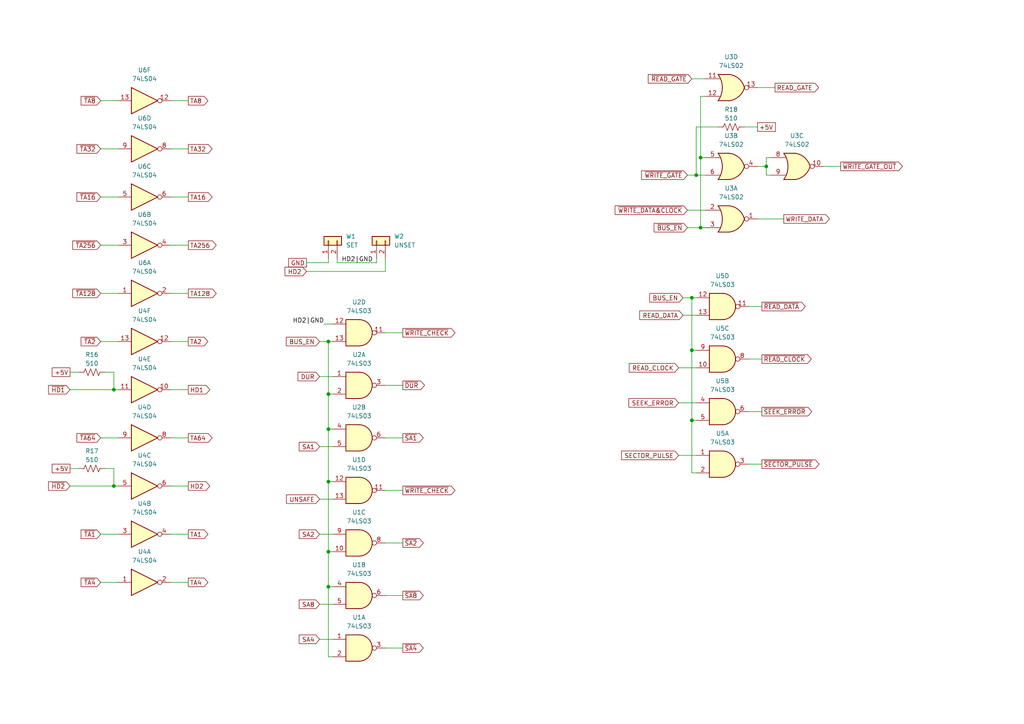
<source format=kicad_sch>
(kicad_sch (version 20211123) (generator eeschema)
  (paper "A4")
  (lib_symbols
    (symbol "74xx:74LS02" (pin_names (offset 1.016))
      (property "Reference" "U" (at 0 1.27 0))
      (property "Value" "74LS02" (at 0 -1.27 0))
      (symbol "74LS02_1_1"
        (arc (start -3.81 -3.81) (mid -2.589 0) (end -3.81 3.81) (stroke (width 0.254)))
        (arc (start -0.6096 -3.81) (mid 2.1842 -2.5851) (end 3.81 0) (stroke (width 0.254)) (fill (type background)))
        (polyline (pts (xy -3.81 -3.81) (xy -0.635 -3.81)) (stroke (width 0.254)) (fill (type background)))
        (polyline (pts (xy -3.81 3.81) (xy -0.635 3.81)) (stroke (width 0.254)) (fill (type background)))
        (polyline (pts (xy -0.635 3.81) (xy -3.81 3.81) (xy -3.81 3.81) (xy -3.556 3.4036) (xy -3.0226 2.2606) (xy -2.6924 1.0414) (xy -2.6162 -0.254) (xy -2.7686 -1.4986) (xy -3.175 -2.7178) (xy -3.81 -3.81) (xy -3.81 -3.81) (xy -0.635 -3.81)) (stroke (width -25.4)) (fill (type background)))
        (arc (start 3.81 0) (mid 2.1915 2.5936) (end -0.6096 3.81) (stroke (width 0.254)) (fill (type background)))
        (pin output inverted (at 7.62 0 180) (length 3.81) (name "~") (number "1"))
        (pin input line (at -7.62 2.54 0) (length 4.318) (name "~") (number "2"))
        (pin input line (at -7.62 -2.54 0) (length 4.318) (name "~") (number "3"))
      )
      (symbol "74LS02_1_2"
        (arc (start 0 -3.81) (mid 3.81 0) (end 0 3.81) (stroke (width 0.254)) (fill (type background)))
        (polyline (pts (xy 0 3.81) (xy -3.81 3.81) (xy -3.81 -3.81) (xy 0 -3.81)) (stroke (width 0.254)) (fill (type background)))
        (pin output line (at 7.62 0 180) (length 3.81) (name "~") (number "1"))
        (pin input inverted (at -7.62 2.54 0) (length 3.81) (name "~") (number "2"))
        (pin input inverted (at -7.62 -2.54 0) (length 3.81) (name "~") (number "3"))
      )
      (symbol "74LS02_2_1"
        (arc (start -3.81 -3.81) (mid -2.589 0) (end -3.81 3.81) (stroke (width 0.254)))
        (arc (start -0.6096 -3.81) (mid 2.1842 -2.5851) (end 3.81 0) (stroke (width 0.254)) (fill (type background)))
        (polyline (pts (xy -3.81 -3.81) (xy -0.635 -3.81)) (stroke (width 0.254)) (fill (type background)))
        (polyline (pts (xy -3.81 3.81) (xy -0.635 3.81)) (stroke (width 0.254)) (fill (type background)))
        (polyline (pts (xy -0.635 3.81) (xy -3.81 3.81) (xy -3.81 3.81) (xy -3.556 3.4036) (xy -3.0226 2.2606) (xy -2.6924 1.0414) (xy -2.6162 -0.254) (xy -2.7686 -1.4986) (xy -3.175 -2.7178) (xy -3.81 -3.81) (xy -3.81 -3.81) (xy -0.635 -3.81)) (stroke (width -25.4)) (fill (type background)))
        (arc (start 3.81 0) (mid 2.1915 2.5936) (end -0.6096 3.81) (stroke (width 0.254)) (fill (type background)))
        (pin output inverted (at 7.62 0 180) (length 3.81) (name "~") (number "4"))
        (pin input line (at -7.62 2.54 0) (length 4.318) (name "~") (number "5"))
        (pin input line (at -7.62 -2.54 0) (length 4.318) (name "~") (number "6"))
      )
      (symbol "74LS02_2_2"
        (arc (start 0 -3.81) (mid 3.81 0) (end 0 3.81) (stroke (width 0.254)) (fill (type background)))
        (polyline (pts (xy 0 3.81) (xy -3.81 3.81) (xy -3.81 -3.81) (xy 0 -3.81)) (stroke (width 0.254)) (fill (type background)))
        (pin output line (at 7.62 0 180) (length 3.81) (name "~") (number "4"))
        (pin input inverted (at -7.62 2.54 0) (length 3.81) (name "~") (number "5"))
        (pin input inverted (at -7.62 -2.54 0) (length 3.81) (name "~") (number "6"))
      )
      (symbol "74LS02_3_1"
        (arc (start -3.81 -3.81) (mid -2.589 0) (end -3.81 3.81) (stroke (width 0.254)))
        (arc (start -0.6096 -3.81) (mid 2.1842 -2.5851) (end 3.81 0) (stroke (width 0.254)) (fill (type background)))
        (polyline (pts (xy -3.81 -3.81) (xy -0.635 -3.81)) (stroke (width 0.254)) (fill (type background)))
        (polyline (pts (xy -3.81 3.81) (xy -0.635 3.81)) (stroke (width 0.254)) (fill (type background)))
        (polyline (pts (xy -0.635 3.81) (xy -3.81 3.81) (xy -3.81 3.81) (xy -3.556 3.4036) (xy -3.0226 2.2606) (xy -2.6924 1.0414) (xy -2.6162 -0.254) (xy -2.7686 -1.4986) (xy -3.175 -2.7178) (xy -3.81 -3.81) (xy -3.81 -3.81) (xy -0.635 -3.81)) (stroke (width -25.4)) (fill (type background)))
        (arc (start 3.81 0) (mid 2.1915 2.5936) (end -0.6096 3.81) (stroke (width 0.254)) (fill (type background)))
        (pin output inverted (at 7.62 0 180) (length 3.81) (name "~") (number "10"))
        (pin input line (at -7.62 2.54 0) (length 4.318) (name "~") (number "8"))
        (pin input line (at -7.62 -2.54 0) (length 4.318) (name "~") (number "9"))
      )
      (symbol "74LS02_3_2"
        (arc (start 0 -3.81) (mid 3.81 0) (end 0 3.81) (stroke (width 0.254)) (fill (type background)))
        (polyline (pts (xy 0 3.81) (xy -3.81 3.81) (xy -3.81 -3.81) (xy 0 -3.81)) (stroke (width 0.254)) (fill (type background)))
        (pin output line (at 7.62 0 180) (length 3.81) (name "~") (number "10"))
        (pin input inverted (at -7.62 2.54 0) (length 3.81) (name "~") (number "8"))
        (pin input inverted (at -7.62 -2.54 0) (length 3.81) (name "~") (number "9"))
      )
      (symbol "74LS02_4_1"
        (arc (start -3.81 -3.81) (mid -2.589 0) (end -3.81 3.81) (stroke (width 0.254)))
        (arc (start -0.6096 -3.81) (mid 2.1842 -2.5851) (end 3.81 0) (stroke (width 0.254)) (fill (type background)))
        (polyline (pts (xy -3.81 -3.81) (xy -0.635 -3.81)) (stroke (width 0.254)) (fill (type background)))
        (polyline (pts (xy -3.81 3.81) (xy -0.635 3.81)) (stroke (width 0.254)) (fill (type background)))
        (polyline (pts (xy -0.635 3.81) (xy -3.81 3.81) (xy -3.81 3.81) (xy -3.556 3.4036) (xy -3.0226 2.2606) (xy -2.6924 1.0414) (xy -2.6162 -0.254) (xy -2.7686 -1.4986) (xy -3.175 -2.7178) (xy -3.81 -3.81) (xy -3.81 -3.81) (xy -0.635 -3.81)) (stroke (width -25.4)) (fill (type background)))
        (arc (start 3.81 0) (mid 2.1915 2.5936) (end -0.6096 3.81) (stroke (width 0.254)) (fill (type background)))
        (pin input line (at -7.62 2.54 0) (length 4.318) (name "~") (number "11"))
        (pin input line (at -7.62 -2.54 0) (length 4.318) (name "~") (number "12"))
        (pin output inverted (at 7.62 0 180) (length 3.81) (name "~") (number "13"))
      )
      (symbol "74LS02_4_2"
        (arc (start 0 -3.81) (mid 3.81 0) (end 0 3.81) (stroke (width 0.254)) (fill (type background)))
        (polyline (pts (xy 0 3.81) (xy -3.81 3.81) (xy -3.81 -3.81) (xy 0 -3.81)) (stroke (width 0.254)) (fill (type background)))
        (pin input inverted (at -7.62 2.54 0) (length 3.81) (name "~") (number "11"))
        (pin input inverted (at -7.62 -2.54 0) (length 3.81) (name "~") (number "12"))
        (pin output line (at 7.62 0 180) (length 3.81) (name "~") (number "13"))
      )
      (symbol "74LS02_5_0"
        (pin power_in line (at 0 12.7 270) (length 5.08) (name "VCC") (number "14"))
        (pin power_in line (at 0 -12.7 90) (length 5.08) (name "GND") (number "7"))
      )
      (symbol "74LS02_5_1"
        (rectangle (start -5.08 7.62) (end 5.08 -7.62) (stroke (width 0.254)) (fill (type background)))
      )
    )
    (symbol "74xx:74LS03" (pin_names (offset 1.016))
      (property "Reference" "U" (at 0 1.27 0))
      (property "Value" "74LS03" (at 0 -1.27 0))
      (symbol "74LS03_1_1"
        (arc (start 0 -3.81) (mid 3.81 0) (end 0 3.81) (stroke (width 0.254)) (fill (type background)))
        (polyline (pts (xy 0 3.81) (xy -3.81 3.81) (xy -3.81 -3.81) (xy 0 -3.81)) (stroke (width 0.254)) (fill (type background)))
        (pin input line (at -7.62 2.54 0) (length 3.81) (name "~") (number "1"))
        (pin input line (at -7.62 -2.54 0) (length 3.81) (name "~") (number "2"))
        (pin open_collector inverted (at 7.62 0 180) (length 3.81) (name "~") (number "3"))
      )
      (symbol "74LS03_1_2"
        (arc (start -3.81 -3.81) (mid -2.589 0) (end -3.81 3.81) (stroke (width 0.254)))
        (arc (start -0.6096 -3.81) (mid 2.1842 -2.5851) (end 3.81 0) (stroke (width 0.254)) (fill (type background)))
        (polyline (pts (xy -3.81 -3.81) (xy -0.635 -3.81)) (stroke (width 0.254)) (fill (type background)))
        (polyline (pts (xy -3.81 3.81) (xy -0.635 3.81)) (stroke (width 0.254)) (fill (type background)))
        (polyline (pts (xy -0.635 3.81) (xy -3.81 3.81) (xy -3.81 3.81) (xy -3.556 3.4036) (xy -3.0226 2.2606) (xy -2.6924 1.0414) (xy -2.6162 -0.254) (xy -2.7686 -1.4986) (xy -3.175 -2.7178) (xy -3.81 -3.81) (xy -3.81 -3.81) (xy -0.635 -3.81)) (stroke (width -25.4)) (fill (type background)))
        (arc (start 3.81 0) (mid 2.1915 2.5936) (end -0.6096 3.81) (stroke (width 0.254)) (fill (type background)))
        (pin input inverted (at -7.62 2.54 0) (length 4.318) (name "~") (number "1"))
        (pin input inverted (at -7.62 -2.54 0) (length 4.318) (name "~") (number "2"))
        (pin open_collector line (at 7.62 0 180) (length 3.81) (name "~") (number "3"))
      )
      (symbol "74LS03_2_1"
        (arc (start 0 -3.81) (mid 3.81 0) (end 0 3.81) (stroke (width 0.254)) (fill (type background)))
        (polyline (pts (xy 0 3.81) (xy -3.81 3.81) (xy -3.81 -3.81) (xy 0 -3.81)) (stroke (width 0.254)) (fill (type background)))
        (pin input line (at -7.62 2.54 0) (length 3.81) (name "~") (number "4"))
        (pin input line (at -7.62 -2.54 0) (length 3.81) (name "~") (number "5"))
        (pin open_collector inverted (at 7.62 0 180) (length 3.81) (name "~") (number "6"))
      )
      (symbol "74LS03_2_2"
        (arc (start -3.81 -3.81) (mid -2.589 0) (end -3.81 3.81) (stroke (width 0.254)))
        (arc (start -0.6096 -3.81) (mid 2.1842 -2.5851) (end 3.81 0) (stroke (width 0.254)) (fill (type background)))
        (polyline (pts (xy -3.81 -3.81) (xy -0.635 -3.81)) (stroke (width 0.254)) (fill (type background)))
        (polyline (pts (xy -3.81 3.81) (xy -0.635 3.81)) (stroke (width 0.254)) (fill (type background)))
        (polyline (pts (xy -0.635 3.81) (xy -3.81 3.81) (xy -3.81 3.81) (xy -3.556 3.4036) (xy -3.0226 2.2606) (xy -2.6924 1.0414) (xy -2.6162 -0.254) (xy -2.7686 -1.4986) (xy -3.175 -2.7178) (xy -3.81 -3.81) (xy -3.81 -3.81) (xy -0.635 -3.81)) (stroke (width -25.4)) (fill (type background)))
        (arc (start 3.81 0) (mid 2.1915 2.5936) (end -0.6096 3.81) (stroke (width 0.254)) (fill (type background)))
        (pin input inverted (at -7.62 2.54 0) (length 4.318) (name "~") (number "4"))
        (pin input inverted (at -7.62 -2.54 0) (length 4.318) (name "~") (number "5"))
        (pin open_collector line (at 7.62 0 180) (length 3.81) (name "~") (number "6"))
      )
      (symbol "74LS03_3_1"
        (arc (start 0 -3.81) (mid 3.81 0) (end 0 3.81) (stroke (width 0.254)) (fill (type background)))
        (polyline (pts (xy 0 3.81) (xy -3.81 3.81) (xy -3.81 -3.81) (xy 0 -3.81)) (stroke (width 0.254)) (fill (type background)))
        (pin input line (at -7.62 -2.54 0) (length 3.81) (name "~") (number "10"))
        (pin open_collector inverted (at 7.62 0 180) (length 3.81) (name "~") (number "8"))
        (pin input line (at -7.62 2.54 0) (length 3.81) (name "~") (number "9"))
      )
      (symbol "74LS03_3_2"
        (arc (start -3.81 -3.81) (mid -2.589 0) (end -3.81 3.81) (stroke (width 0.254)))
        (arc (start -0.6096 -3.81) (mid 2.1842 -2.5851) (end 3.81 0) (stroke (width 0.254)) (fill (type background)))
        (polyline (pts (xy -3.81 -3.81) (xy -0.635 -3.81)) (stroke (width 0.254)) (fill (type background)))
        (polyline (pts (xy -3.81 3.81) (xy -0.635 3.81)) (stroke (width 0.254)) (fill (type background)))
        (polyline (pts (xy -0.635 3.81) (xy -3.81 3.81) (xy -3.81 3.81) (xy -3.556 3.4036) (xy -3.0226 2.2606) (xy -2.6924 1.0414) (xy -2.6162 -0.254) (xy -2.7686 -1.4986) (xy -3.175 -2.7178) (xy -3.81 -3.81) (xy -3.81 -3.81) (xy -0.635 -3.81)) (stroke (width -25.4)) (fill (type background)))
        (arc (start 3.81 0) (mid 2.1915 2.5936) (end -0.6096 3.81) (stroke (width 0.254)) (fill (type background)))
        (pin input inverted (at -7.62 -2.54 0) (length 4.318) (name "~") (number "10"))
        (pin open_collector line (at 7.62 0 180) (length 3.81) (name "~") (number "8"))
        (pin input inverted (at -7.62 2.54 0) (length 4.318) (name "~") (number "9"))
      )
      (symbol "74LS03_4_1"
        (arc (start 0 -3.81) (mid 3.81 0) (end 0 3.81) (stroke (width 0.254)) (fill (type background)))
        (polyline (pts (xy 0 3.81) (xy -3.81 3.81) (xy -3.81 -3.81) (xy 0 -3.81)) (stroke (width 0.254)) (fill (type background)))
        (pin open_collector inverted (at 7.62 0 180) (length 3.81) (name "~") (number "11"))
        (pin input line (at -7.62 2.54 0) (length 3.81) (name "~") (number "12"))
        (pin input line (at -7.62 -2.54 0) (length 3.81) (name "~") (number "13"))
      )
      (symbol "74LS03_4_2"
        (arc (start -3.81 -3.81) (mid -2.589 0) (end -3.81 3.81) (stroke (width 0.254)))
        (arc (start -0.6096 -3.81) (mid 2.1842 -2.5851) (end 3.81 0) (stroke (width 0.254)) (fill (type background)))
        (polyline (pts (xy -3.81 -3.81) (xy -0.635 -3.81)) (stroke (width 0.254)) (fill (type background)))
        (polyline (pts (xy -3.81 3.81) (xy -0.635 3.81)) (stroke (width 0.254)) (fill (type background)))
        (polyline (pts (xy -0.635 3.81) (xy -3.81 3.81) (xy -3.81 3.81) (xy -3.556 3.4036) (xy -3.0226 2.2606) (xy -2.6924 1.0414) (xy -2.6162 -0.254) (xy -2.7686 -1.4986) (xy -3.175 -2.7178) (xy -3.81 -3.81) (xy -3.81 -3.81) (xy -0.635 -3.81)) (stroke (width -25.4)) (fill (type background)))
        (arc (start 3.81 0) (mid 2.1915 2.5936) (end -0.6096 3.81) (stroke (width 0.254)) (fill (type background)))
        (pin open_collector line (at 7.62 0 180) (length 3.81) (name "~") (number "11"))
        (pin input inverted (at -7.62 2.54 0) (length 4.318) (name "~") (number "12"))
        (pin input inverted (at -7.62 -2.54 0) (length 4.318) (name "~") (number "13"))
      )
      (symbol "74LS03_5_0"
        (pin power_in line (at 0 12.7 270) (length 5.08) (name "VCC") (number "14"))
        (pin power_in line (at 0 -12.7 90) (length 5.08) (name "GND") (number "7"))
      )
      (symbol "74LS03_5_1"
        (rectangle (start -5.08 7.62) (end 5.08 -7.62) (stroke (width 0.254)) (fill (type background)))
      )
    )
    (symbol "74xx:74LS04"
      (property "Reference" "U" (at 0 1.27 0))
      (property "Value" "74LS04" (at 0 -1.27 0))
      (symbol "74LS04_1_0"
        (polyline (pts (xy -3.81 3.81) (xy -3.81 -3.81) (xy 3.81 0) (xy -3.81 3.81)) (stroke (width 0.254)) (fill (type background)))
        (pin input line (at -7.62 0 0) (length 3.81) (name "~") (number "1"))
        (pin output inverted (at 7.62 0 180) (length 3.81) (name "~") (number "2"))
      )
      (symbol "74LS04_2_0"
        (polyline (pts (xy -3.81 3.81) (xy -3.81 -3.81) (xy 3.81 0) (xy -3.81 3.81)) (stroke (width 0.254)) (fill (type background)))
        (pin input line (at -7.62 0 0) (length 3.81) (name "~") (number "3"))
        (pin output inverted (at 7.62 0 180) (length 3.81) (name "~") (number "4"))
      )
      (symbol "74LS04_3_0"
        (polyline (pts (xy -3.81 3.81) (xy -3.81 -3.81) (xy 3.81 0) (xy -3.81 3.81)) (stroke (width 0.254)) (fill (type background)))
        (pin input line (at -7.62 0 0) (length 3.81) (name "~") (number "5"))
        (pin output inverted (at 7.62 0 180) (length 3.81) (name "~") (number "6"))
      )
      (symbol "74LS04_4_0"
        (polyline (pts (xy -3.81 3.81) (xy -3.81 -3.81) (xy 3.81 0) (xy -3.81 3.81)) (stroke (width 0.254)) (fill (type background)))
        (pin output inverted (at 7.62 0 180) (length 3.81) (name "~") (number "8"))
        (pin input line (at -7.62 0 0) (length 3.81) (name "~") (number "9"))
      )
      (symbol "74LS04_5_0"
        (polyline (pts (xy -3.81 3.81) (xy -3.81 -3.81) (xy 3.81 0) (xy -3.81 3.81)) (stroke (width 0.254)) (fill (type background)))
        (pin output inverted (at 7.62 0 180) (length 3.81) (name "~") (number "10"))
        (pin input line (at -7.62 0 0) (length 3.81) (name "~") (number "11"))
      )
      (symbol "74LS04_6_0"
        (polyline (pts (xy -3.81 3.81) (xy -3.81 -3.81) (xy 3.81 0) (xy -3.81 3.81)) (stroke (width 0.254)) (fill (type background)))
        (pin output inverted (at 7.62 0 180) (length 3.81) (name "~") (number "12"))
        (pin input line (at -7.62 0 0) (length 3.81) (name "~") (number "13"))
      )
      (symbol "74LS04_7_0"
        (pin power_in line (at 0 12.7 270) (length 5.08) (name "VCC") (number "14"))
        (pin power_in line (at 0 -12.7 90) (length 5.08) (name "GND") (number "7"))
      )
      (symbol "74LS04_7_1"
        (rectangle (start -5.08 7.62) (end 5.08 -7.62) (stroke (width 0.254)) (fill (type background)))
      )
    )
    (symbol "Connector_Generic:Conn_01x02" (pin_names (offset 1.016) hide)
      (property "Reference" "J" (at 0 2.54 0))
      (property "Value" "Conn_01x02" (at 0 -5.08 0))
      (symbol "Conn_01x02_1_1"
        (rectangle (start -1.27 -2.413) (end 0 -2.667) (stroke (width 0.1524)))
        (rectangle (start -1.27 0.127) (end 0 -0.127) (stroke (width 0.1524)))
        (rectangle (start -1.27 1.27) (end 1.27 -3.81) (stroke (width 0.254)) (fill (type background)))
        (pin passive line (at -5.08 0 0) (length 3.81) (name "Pin_1") (number "1"))
        (pin passive line (at -5.08 -2.54 0) (length 3.81) (name "Pin_2") (number "2"))
      )
    )
    (symbol "Device:R_US" (pin_numbers hide) (pin_names (offset 0))
      (property "Reference" "R" (at 2.54 0 90))
      (property "Value" "R_US" (at -2.54 0 90))
      (symbol "R_US_0_1"
        (polyline (pts (xy 0 -2.286) (xy 0 -2.54)))
        (polyline (pts (xy 0 2.286) (xy 0 2.54)))
        (polyline (pts (xy 0 -0.762) (xy 1.016 -1.143) (xy 0 -1.524) (xy -1.016 -1.905) (xy 0 -2.286)))
        (polyline (pts (xy 0 0.762) (xy 1.016 0.381) (xy 0 0) (xy -1.016 -0.381) (xy 0 -0.762)))
        (polyline (pts (xy 0 2.286) (xy 1.016 1.905) (xy 0 1.524) (xy -1.016 1.143) (xy 0 0.762)))
      )
      (symbol "R_US_1_1"
        (pin passive line (at 0 3.81 270) (length 1.27) (name "~") (number "1"))
        (pin passive line (at 0 -3.81 90) (length 1.27) (name "~") (number "2"))
      )
    )
  )
  (junction (at 203.2 66.04))
  (junction (at 95.25 99.06))
  (junction (at 95.25 160.02))
  (junction (at 95.25 124.46))
  (junction (at 33.02 140.97))
  (junction (at 222.25 48.26))
  (junction (at 201.93 50.8))
  (junction (at 200.66 101.6))
  (junction (at 203.2 45.72))
  (junction (at 200.66 86.36))
  (junction (at 95.25 114.3))
  (junction (at 33.02 113.03))
  (junction (at 200.66 121.92))
  (junction (at 95.25 170.18))
  (junction (at 95.25 139.7))
  (wire (pts (xy 217.17 134.62) (xy 220.98 134.62)))
  (wire (pts (xy 95.25 74.93) (xy 95.25 76.2)))
  (wire (pts (xy 92.71 185.42) (xy 96.52 185.42)))
  (wire (pts (xy 49.53 43.18) (xy 54.61 43.18)))
  (wire (pts (xy 95.25 99.06) (xy 96.52 99.06)))
  (wire (pts (xy 29.21 168.91) (xy 34.29 168.91)))
  (wire (pts (xy 222.25 50.8) (xy 223.52 50.8)))
  (wire (pts (xy 217.17 104.14) (xy 220.98 104.14)))
  (wire (pts (xy 200.66 101.6) (xy 201.93 101.6)))
  (wire (pts (xy 217.17 88.9) (xy 220.98 88.9)))
  (wire (pts (xy 95.25 170.18) (xy 96.52 170.18)))
  (wire (pts (xy 20.32 135.89) (xy 22.86 135.89)))
  (wire (pts (xy 92.71 175.26) (xy 96.52 175.26)))
  (wire (pts (xy 111.76 74.93) (xy 111.76 78.74)))
  (wire (pts (xy 20.32 113.03) (xy 33.02 113.03)))
  (wire (pts (xy 49.53 29.21) (xy 54.61 29.21)))
  (wire (pts (xy 200.66 121.92) (xy 201.93 121.92)))
  (wire (pts (xy 203.2 66.04) (xy 204.47 66.04)))
  (wire (pts (xy 30.48 107.95) (xy 33.02 107.95)))
  (wire (pts (xy 95.25 124.46) (xy 95.25 139.7)))
  (wire (pts (xy 200.66 86.36) (xy 200.66 101.6)))
  (wire (pts (xy 111.76 111.76) (xy 116.84 111.76)))
  (wire (pts (xy 92.71 154.94) (xy 96.52 154.94)))
  (wire (pts (xy 29.21 43.18) (xy 34.29 43.18)))
  (wire (pts (xy 20.32 107.95) (xy 22.86 107.95)))
  (wire (pts (xy 30.48 135.89) (xy 33.02 135.89)))
  (wire (pts (xy 95.25 160.02) (xy 95.25 170.18)))
  (wire (pts (xy 29.21 57.15) (xy 34.29 57.15)))
  (wire (pts (xy 215.9 36.83) (xy 219.71 36.83)))
  (wire (pts (xy 109.22 74.93) (xy 109.22 76.2)))
  (wire (pts (xy 199.39 66.04) (xy 203.2 66.04)))
  (wire (pts (xy 29.21 127) (xy 34.29 127)))
  (wire (pts (xy 20.32 140.97) (xy 33.02 140.97)))
  (wire (pts (xy 97.79 76.2) (xy 109.22 76.2)))
  (wire (pts (xy 29.21 85.09) (xy 34.29 85.09)))
  (wire (pts (xy 200.66 22.86) (xy 204.47 22.86)))
  (wire (pts (xy 198.12 86.36) (xy 200.66 86.36)))
  (wire (pts (xy 96.52 190.5) (xy 95.25 190.5)))
  (wire (pts (xy 201.93 50.8) (xy 201.93 36.83)))
  (wire (pts (xy 111.76 157.48) (xy 116.84 157.48)))
  (wire (pts (xy 29.21 99.06) (xy 34.29 99.06)))
  (wire (pts (xy 201.93 50.8) (xy 204.47 50.8)))
  (wire (pts (xy 49.53 127) (xy 54.61 127)))
  (wire (pts (xy 95.25 139.7) (xy 95.25 160.02)))
  (wire (pts (xy 92.71 109.22) (xy 96.52 109.22)))
  (wire (pts (xy 95.25 160.02) (xy 96.52 160.02)))
  (wire (pts (xy 92.71 144.78) (xy 96.52 144.78)))
  (wire (pts (xy 219.71 25.4) (xy 224.79 25.4)))
  (wire (pts (xy 201.93 36.83) (xy 208.28 36.83)))
  (wire (pts (xy 33.02 107.95) (xy 33.02 113.03)))
  (wire (pts (xy 111.76 127) (xy 116.84 127)))
  (wire (pts (xy 49.53 154.94) (xy 54.61 154.94)))
  (wire (pts (xy 217.17 119.38) (xy 220.98 119.38)))
  (wire (pts (xy 200.66 137.16) (xy 200.66 121.92)))
  (wire (pts (xy 95.25 76.2) (xy 88.9 76.2)))
  (wire (pts (xy 203.2 27.94) (xy 204.47 27.94)))
  (wire (pts (xy 92.71 99.06) (xy 95.25 99.06)))
  (wire (pts (xy 199.39 50.8) (xy 201.93 50.8)))
  (wire (pts (xy 29.21 71.12) (xy 34.29 71.12)))
  (wire (pts (xy 201.93 137.16) (xy 200.66 137.16)))
  (wire (pts (xy 111.76 142.24) (xy 116.84 142.24)))
  (wire (pts (xy 196.85 116.84) (xy 201.93 116.84)))
  (wire (pts (xy 33.02 113.03) (xy 34.29 113.03)))
  (wire (pts (xy 196.85 132.08) (xy 201.93 132.08)))
  (wire (pts (xy 49.53 71.12) (xy 54.61 71.12)))
  (wire (pts (xy 33.02 140.97) (xy 34.29 140.97)))
  (wire (pts (xy 111.76 172.72) (xy 116.84 172.72)))
  (wire (pts (xy 96.52 124.46) (xy 95.25 124.46)))
  (wire (pts (xy 29.21 29.21) (xy 34.29 29.21)))
  (wire (pts (xy 198.12 91.44) (xy 201.93 91.44)))
  (wire (pts (xy 33.02 135.89) (xy 33.02 140.97)))
  (wire (pts (xy 111.76 78.74) (xy 88.9 78.74)))
  (wire (pts (xy 196.85 106.68) (xy 201.93 106.68)))
  (wire (pts (xy 200.66 101.6) (xy 200.66 121.92)))
  (wire (pts (xy 49.53 99.06) (xy 54.61 99.06)))
  (wire (pts (xy 95.25 124.46) (xy 95.25 114.3)))
  (wire (pts (xy 219.71 63.5) (xy 227.33 63.5)))
  (wire (pts (xy 96.52 114.3) (xy 95.25 114.3)))
  (wire (pts (xy 111.76 187.96) (xy 116.84 187.96)))
  (wire (pts (xy 29.21 154.94) (xy 34.29 154.94)))
  (wire (pts (xy 95.25 139.7) (xy 96.52 139.7)))
  (wire (pts (xy 199.39 60.96) (xy 204.47 60.96)))
  (wire (pts (xy 92.71 129.54) (xy 96.52 129.54)))
  (wire (pts (xy 111.76 96.52) (xy 116.84 96.52)))
  (wire (pts (xy 49.53 57.15) (xy 54.61 57.15)))
  (wire (pts (xy 93.98 93.98) (xy 96.52 93.98)))
  (wire (pts (xy 203.2 45.72) (xy 203.2 66.04)))
  (wire (pts (xy 95.25 190.5) (xy 95.25 170.18)))
  (wire (pts (xy 203.2 45.72) (xy 203.2 27.94)))
  (wire (pts (xy 201.93 86.36) (xy 200.66 86.36)))
  (wire (pts (xy 95.25 114.3) (xy 95.25 99.06)))
  (wire (pts (xy 222.25 48.26) (xy 222.25 50.8)))
  (wire (pts (xy 49.53 168.91) (xy 54.61 168.91)))
  (wire (pts (xy 49.53 140.97) (xy 54.61 140.97)))
  (wire (pts (xy 97.79 76.2) (xy 97.79 74.93)))
  (wire (pts (xy 204.47 45.72) (xy 203.2 45.72)))
  (wire (pts (xy 49.53 113.03) (xy 54.61 113.03)))
  (wire (pts (xy 222.25 45.72) (xy 223.52 45.72)))
  (wire (pts (xy 219.71 48.26) (xy 222.25 48.26)))
  (wire (pts (xy 222.25 48.26) (xy 222.25 45.72)))
  (wire (pts (xy 238.76 48.26) (xy 243.84 48.26)))
  (wire (pts (xy 49.53 85.09) (xy 54.61 85.09)))
  (label "HD2|GND" (at 93.98 93.98 180))
  (label "HD2|GND" (at 99.06 76.2 0))
  (global_label "SA2" (shape input) (at 92.71 154.94 180) (property "Intersheet References" "${INTERSHEET_REFS}" (effects hide)))
  (global_label "~{WRITE_GATE_OUT}" (shape output) (at 243.84 48.26 0) (property "Intersheet References" "${INTERSHEET_REFS}" (effects hide)))
  (global_label "+5V" (shape passive) (at 219.71 36.83 0) (property "Intersheet References" "${INTERSHEET_REFS}" (effects hide)))
  (global_label "~{SA4}" (shape output) (at 116.84 187.96 0) (property "Intersheet References" "${INTERSHEET_REFS}" (effects hide)))
  (global_label "HD1" (shape output) (at 54.61 113.03 0) (property "Intersheet References" "${INTERSHEET_REFS}" (effects hide)))
  (global_label "TA8" (shape output) (at 54.61 29.21 0) (property "Intersheet References" "${INTERSHEET_REFS}" (effects hide)))
  (global_label "TA64" (shape output) (at 54.61 127 0) (property "Intersheet References" "${INTERSHEET_REFS}" (effects hide)))
  (global_label "READ_DATA" (shape input) (at 198.12 91.44 180) (property "Intersheet References" "${INTERSHEET_REFS}" (effects hide)))
  (global_label "+5V" (shape passive) (at 20.32 135.89 180) (property "Intersheet References" "${INTERSHEET_REFS}" (effects hide)))
  (global_label "~{SEEK_ERROR}" (shape output) (at 220.98 119.38 0) (property "Intersheet References" "${INTERSHEET_REFS}" (effects hide)))
  (global_label "~{WRITE_DATA&CLOCK}" (shape input) (at 199.39 60.96 180) (property "Intersheet References" "${INTERSHEET_REFS}" (effects hide)))
  (global_label "TA256" (shape output) (at 54.61 71.12 0) (property "Intersheet References" "${INTERSHEET_REFS}" (effects hide)))
  (global_label "~{HD2}" (shape input) (at 20.32 140.97 180) (property "Intersheet References" "${INTERSHEET_REFS}" (effects hide)))
  (global_label "TA128" (shape output) (at 54.61 85.09 0) (property "Intersheet References" "${INTERSHEET_REFS}" (effects hide)))
  (global_label "~{TA16}" (shape input) (at 29.21 57.15 180) (property "Intersheet References" "${INTERSHEET_REFS}" (effects hide)))
  (global_label "UNSAFE" (shape input) (at 92.71 144.78 180) (property "Intersheet References" "${INTERSHEET_REFS}" (effects hide)))
  (global_label "~{SA2}" (shape output) (at 116.84 157.48 0) (property "Intersheet References" "${INTERSHEET_REFS}" (effects hide)))
  (global_label "~{READ_CLOCK}" (shape output) (at 220.98 104.14 0) (property "Intersheet References" "${INTERSHEET_REFS}" (effects hide)))
  (global_label "TA32" (shape output) (at 54.61 43.18 0) (property "Intersheet References" "${INTERSHEET_REFS}" (effects hide)))
  (global_label "SA4" (shape input) (at 92.71 185.42 180) (property "Intersheet References" "${INTERSHEET_REFS}" (effects hide)))
  (global_label "~{TA2}" (shape input) (at 29.21 99.06 180) (property "Intersheet References" "${INTERSHEET_REFS}" (effects hide)))
  (global_label "~{TA1}" (shape input) (at 29.21 154.94 180) (property "Intersheet References" "${INTERSHEET_REFS}" (effects hide)))
  (global_label "HD2" (shape input) (at 88.9 78.74 180) (property "Intersheet References" "${INTERSHEET_REFS}" (effects hide)))
  (global_label "SECTOR_PULSE" (shape input) (at 196.85 132.08 180) (property "Intersheet References" "${INTERSHEET_REFS}" (effects hide)))
  (global_label "SEEK_ERROR" (shape input) (at 196.85 116.84 180) (property "Intersheet References" "${INTERSHEET_REFS}" (effects hide)))
  (global_label "WRITE_DATA" (shape output) (at 227.33 63.5 0) (property "Intersheet References" "${INTERSHEET_REFS}" (effects hide)))
  (global_label "HD2" (shape output) (at 54.61 140.97 0) (property "Intersheet References" "${INTERSHEET_REFS}" (effects hide)))
  (global_label "READ_GATE" (shape output) (at 224.79 25.4 0) (property "Intersheet References" "${INTERSHEET_REFS}" (effects hide)))
  (global_label "TA1" (shape output) (at 54.61 154.94 0) (property "Intersheet References" "${INTERSHEET_REFS}" (effects hide)))
  (global_label "~{TA8}" (shape input) (at 29.21 29.21 180) (property "Intersheet References" "${INTERSHEET_REFS}" (effects hide)))
  (global_label "~{WRITE_CHECK}" (shape output) (at 116.84 96.52 0) (property "Intersheet References" "${INTERSHEET_REFS}" (effects hide)))
  (global_label "~{TA256}" (shape input) (at 29.21 71.12 180) (property "Intersheet References" "${INTERSHEET_REFS}" (effects hide)))
  (global_label "READ_CLOCK" (shape input) (at 196.85 106.68 180) (property "Intersheet References" "${INTERSHEET_REFS}" (effects hide)))
  (global_label "SA8" (shape input) (at 92.71 175.26 180) (property "Intersheet References" "${INTERSHEET_REFS}" (effects hide)))
  (global_label "TA16" (shape output) (at 54.61 57.15 0) (property "Intersheet References" "${INTERSHEET_REFS}" (effects hide)))
  (global_label "~{WRITE_CHECK}" (shape output) (at 116.84 142.24 0) (property "Intersheet References" "${INTERSHEET_REFS}" (effects hide)))
  (global_label "~{TA32}" (shape input) (at 29.21 43.18 180) (property "Intersheet References" "${INTERSHEET_REFS}" (effects hide)))
  (global_label "~{BUS_EN}" (shape input) (at 199.39 66.04 180) (property "Intersheet References" "${INTERSHEET_REFS}" (effects hide)))
  (global_label "~{SA8}" (shape output) (at 116.84 172.72 0) (property "Intersheet References" "${INTERSHEET_REFS}" (effects hide)))
  (global_label "~{SA1}" (shape output) (at 116.84 127 0) (property "Intersheet References" "${INTERSHEET_REFS}" (effects hide)))
  (global_label "BUS_EN" (shape input) (at 198.12 86.36 180) (property "Intersheet References" "${INTERSHEET_REFS}" (effects hide)))
  (global_label "DUR" (shape input) (at 92.71 109.22 180) (property "Intersheet References" "${INTERSHEET_REFS}" (effects hide)))
  (global_label "+5V" (shape passive) (at 20.32 107.95 180) (property "Intersheet References" "${INTERSHEET_REFS}" (effects hide)))
  (global_label "~{SECTOR_PULSE}" (shape output) (at 220.98 134.62 0) (property "Intersheet References" "${INTERSHEET_REFS}" (effects hide)))
  (global_label "BUS_EN" (shape input) (at 92.71 99.06 180) (property "Intersheet References" "${INTERSHEET_REFS}" (effects hide)))
  (global_label "~{TA4}" (shape input) (at 29.21 168.91 180) (property "Intersheet References" "${INTERSHEET_REFS}" (effects hide)))
  (global_label "~{WRITE_GATE}" (shape input) (at 199.39 50.8 180) (property "Intersheet References" "${INTERSHEET_REFS}" (effects hide)))
  (global_label "~{DUR}" (shape output) (at 116.84 111.76 0) (property "Intersheet References" "${INTERSHEET_REFS}" (effects hide)))
  (global_label "~{TA64}" (shape input) (at 29.21 127 180) (property "Intersheet References" "${INTERSHEET_REFS}" (effects hide)))
  (global_label "SA1" (shape input) (at 92.71 129.54 180) (property "Intersheet References" "${INTERSHEET_REFS}" (effects hide)))
  (global_label "~{TA128}" (shape input) (at 29.21 85.09 180) (property "Intersheet References" "${INTERSHEET_REFS}" (effects hide)))
  (global_label "TA4" (shape output) (at 54.61 168.91 0) (property "Intersheet References" "${INTERSHEET_REFS}" (effects hide)))
  (global_label "~{HD1}" (shape input) (at 20.32 113.03 180) (property "Intersheet References" "${INTERSHEET_REFS}" (effects hide)))
  (global_label "~{READ_DATA}" (shape output) (at 220.98 88.9 0) (property "Intersheet References" "${INTERSHEET_REFS}" (effects hide)))
  (global_label "GND" (shape passive) (at 88.9 76.2 180) (property "Intersheet References" "${INTERSHEET_REFS}" (effects hide)))
  (global_label "TA2" (shape output) (at 54.61 99.06 0) (property "Intersheet References" "${INTERSHEET_REFS}" (effects hide)))
  (global_label "~{READ_GATE}" (shape input) (at 200.66 22.86 180) (property "Intersheet References" "${INTERSHEET_REFS}" (effects hide)))
  (symbol (lib_id "74xx:74LS04") (at 41.91 140.97 0) (unit 3)
    (property "Reference" "U4" (at 41.91 132.08 0))
    (property "Value" "74LS04" (at 41.91 134.62 0))
    (property "Footprint" "Package_DIP:DIP-14_W7.62mm_LongPads" (effects hide))
    (property "Datasheet" "http://www.ti.com/lit/gpn/sn74LS04" (effects hide))
  )
  (symbol (lib_id "74xx:74LS04") (at 41.91 99.06 0) (unit 6)
    (property "Reference" "U4" (at 41.91 90.17 0))
    (property "Value" "74LS04" (at 41.91 92.71 0))
    (property "Footprint" "Package_DIP:DIP-14_W7.62mm_LongPads" (effects hide))
    (property "Datasheet" "http://www.ti.com/lit/gpn/sn74LS04" (effects hide))
  )
  (symbol (lib_id "Device:R_US") (at 26.67 135.89 90) (unit 1)
    (property "Reference" "R17" (at 26.67 130.81 90))
    (property "Value" "510" (at 26.67 133.35 90))
    (property "Footprint" "Resistor_THT:R_Axial_DIN0207_L6.3mm_D2.5mm_P15.24mm_Horizontal" (effects hide))
  )
  (symbol (lib_id "74xx:74LS03") (at 209.55 104.14 0) (unit 3)
    (property "Reference" "U5" (at 209.55 95.25 0))
    (property "Value" "74LS03" (at 209.55 97.79 0))
    (property "Footprint" "Package_DIP:DIP-14_W7.62mm_LongPads" (effects hide))
    (property "Datasheet" "http://www.ti.com/lit/gpn/sn74LS03" (effects hide))
  )
  (symbol (lib_id "74xx:74LS02") (at 212.09 25.4 0) (unit 4)
    (property "Reference" "U3" (at 212.09 16.51 0))
    (property "Value" "74LS02" (at 212.09 19.05 0))
    (property "Footprint" "Package_DIP:DIP-14_W7.62mm_LongPads" (effects hide))
    (property "Datasheet" "http://www.ti.com/lit/gpn/sn74ls02" (effects hide))
  )
  (symbol (lib_id "74xx:74LS04") (at 41.91 154.94 0) (unit 2)
    (property "Reference" "U4" (at 41.91 146.05 0))
    (property "Value" "74LS04" (at 41.91 148.59 0))
    (property "Footprint" "Package_DIP:DIP-14_W7.62mm_LongPads" (effects hide))
    (property "Datasheet" "http://www.ti.com/lit/gpn/sn74LS04" (effects hide))
  )
  (symbol (lib_id "74xx:74LS03") (at 209.55 134.62 0) (unit 1)
    (property "Reference" "U5" (at 209.55 125.73 0))
    (property "Value" "74LS03" (at 209.55 128.27 0))
    (property "Footprint" "Package_DIP:DIP-14_W7.62mm_LongPads" (effects hide))
    (property "Datasheet" "http://www.ti.com/lit/gpn/sn74LS03" (effects hide))
  )
  (symbol (lib_id "Device:R_US") (at 26.67 107.95 90) (unit 1)
    (property "Reference" "R16" (at 26.67 102.87 90))
    (property "Value" "510" (at 26.67 105.41 90))
    (property "Footprint" "Resistor_THT:R_Axial_DIN0207_L6.3mm_D2.5mm_P15.24mm_Horizontal" (effects hide))
  )
  (symbol (lib_id "Connector_Generic:Conn_01x02") (at 109.22 69.85 90) (unit 1)
    (property "Reference" "W2" (at 114.3 68.5799 90) (effects (justify right)))
    (property "Value" "UNSET" (at 114.3 71.1199 90) (effects (justify right)))
    (property "Footprint" "Connector_PinHeader_1.00mm:PinHeader_1x02_P1.00mm_Vertical" (effects hide))
  )
  (symbol (lib_id "74xx:74LS03") (at 104.14 96.52 0) (unit 4)
    (property "Reference" "U2" (at 104.14 87.63 0))
    (property "Value" "74LS03" (at 104.14 90.17 0))
    (property "Footprint" "Package_DIP:DIP-14_W7.62mm_LongPads" (effects hide))
    (property "Datasheet" "http://www.ti.com/lit/gpn/sn74LS03" (effects hide))
  )
  (symbol (lib_id "74xx:74LS03") (at 104.14 142.24 0) (unit 4)
    (property "Reference" "U1" (at 104.14 133.35 0))
    (property "Value" "74LS03" (at 104.14 135.89 0))
    (property "Footprint" "Package_DIP:DIP-14_W7.62mm_LongPads" (effects hide))
    (property "Datasheet" "http://www.ti.com/lit/gpn/sn74LS03" (effects hide))
  )
  (symbol (lib_id "74xx:74LS02") (at 212.09 48.26 0) (unit 2)
    (property "Reference" "U3" (at 212.09 39.37 0))
    (property "Value" "74LS02" (at 212.09 41.91 0))
    (property "Footprint" "Package_DIP:DIP-14_W7.62mm_LongPads" (effects hide))
    (property "Datasheet" "http://www.ti.com/lit/gpn/sn74ls02" (effects hide))
  )
  (symbol (lib_id "74xx:74LS03") (at 104.14 127 0) (unit 2)
    (property "Reference" "U2" (at 104.14 118.11 0))
    (property "Value" "74LS03" (at 104.14 120.65 0))
    (property "Footprint" "Package_DIP:DIP-14_W7.62mm_LongPads" (effects hide))
    (property "Datasheet" "http://www.ti.com/lit/gpn/sn74LS03" (effects hide))
  )
  (symbol (lib_id "Device:R_US") (at 212.09 36.83 90) (unit 1)
    (property "Reference" "R18" (at 212.09 31.75 90))
    (property "Value" "510" (at 212.09 34.29 90))
    (property "Footprint" "Resistor_THT:R_Axial_DIN0207_L6.3mm_D2.5mm_P15.24mm_Horizontal" (effects hide))
  )
  (symbol (lib_id "74xx:74LS03") (at 104.14 111.76 0) (unit 1)
    (property "Reference" "U2" (at 104.14 102.87 0))
    (property "Value" "74LS03" (at 104.14 105.41 0))
    (property "Footprint" "Package_DIP:DIP-14_W7.62mm_LongPads" (effects hide))
    (property "Datasheet" "http://www.ti.com/lit/gpn/sn74LS03" (effects hide))
  )
  (symbol (lib_id "74xx:74LS04") (at 41.91 85.09 0) (unit 1)
    (property "Reference" "U6" (at 41.91 76.2 0))
    (property "Value" "74LS04" (at 41.91 78.74 0))
    (property "Footprint" "Package_DIP:DIP-14_W7.62mm_LongPads" (effects hide))
    (property "Datasheet" "http://www.ti.com/lit/gpn/sn74LS04" (effects hide))
  )
  (symbol (lib_id "74xx:74LS03") (at 104.14 187.96 0) (unit 1)
    (property "Reference" "U1" (at 104.14 179.07 0))
    (property "Value" "74LS03" (at 104.14 181.61 0))
    (property "Footprint" "Package_DIP:DIP-14_W7.62mm_LongPads" (effects hide))
    (property "Datasheet" "http://www.ti.com/lit/gpn/sn74LS03" (effects hide))
  )
  (symbol (lib_id "74xx:74LS03") (at 104.14 157.48 0) (unit 3)
    (property "Reference" "U1" (at 104.14 148.59 0))
    (property "Value" "74LS03" (at 104.14 151.13 0))
    (property "Footprint" "Package_DIP:DIP-14_W7.62mm_LongPads" (effects hide))
    (property "Datasheet" "http://www.ti.com/lit/gpn/sn74LS03" (effects hide))
  )
  (symbol (lib_id "74xx:74LS03") (at 104.14 172.72 0) (unit 2)
    (property "Reference" "U1" (at 104.14 163.83 0))
    (property "Value" "74LS03" (at 104.14 166.37 0))
    (property "Footprint" "Package_DIP:DIP-14_W7.62mm_LongPads" (effects hide))
    (property "Datasheet" "http://www.ti.com/lit/gpn/sn74LS03" (effects hide))
  )
  (symbol (lib_id "74xx:74LS04") (at 41.91 71.12 0) (unit 2)
    (property "Reference" "U6" (at 41.91 62.23 0))
    (property "Value" "74LS04" (at 41.91 64.77 0))
    (property "Footprint" "Package_DIP:DIP-14_W7.62mm_LongPads" (effects hide))
    (property "Datasheet" "http://www.ti.com/lit/gpn/sn74LS04" (effects hide))
  )
  (symbol (lib_id "74xx:74LS04") (at 41.91 43.18 0) (unit 4)
    (property "Reference" "U6" (at 41.91 34.29 0))
    (property "Value" "74LS04" (at 41.91 36.83 0))
    (property "Footprint" "Package_DIP:DIP-14_W7.62mm_LongPads" (effects hide))
    (property "Datasheet" "http://www.ti.com/lit/gpn/sn74LS04" (effects hide))
  )
  (symbol (lib_id "74xx:74LS04") (at 41.91 127 0) (unit 4)
    (property "Reference" "U4" (at 41.91 118.11 0))
    (property "Value" "74LS04" (at 41.91 120.65 0))
    (property "Footprint" "Package_DIP:DIP-14_W7.62mm_LongPads" (effects hide))
    (property "Datasheet" "http://www.ti.com/lit/gpn/sn74LS04" (effects hide))
  )
  (symbol (lib_id "74xx:74LS04") (at 41.91 29.21 0) (unit 6)
    (property "Reference" "U6" (at 41.91 20.32 0))
    (property "Value" "74LS04" (at 41.91 22.86 0))
    (property "Footprint" "Package_DIP:DIP-14_W7.62mm_LongPads" (effects hide))
    (property "Datasheet" "http://www.ti.com/lit/gpn/sn74LS04" (effects hide))
  )
  (symbol (lib_id "74xx:74LS02") (at 231.14 48.26 0) (unit 3)
    (property "Reference" "U3" (at 231.14 39.37 0))
    (property "Value" "74LS02" (at 231.14 41.91 0))
    (property "Footprint" "Package_DIP:DIP-14_W7.62mm_LongPads" (effects hide))
    (property "Datasheet" "http://www.ti.com/lit/gpn/sn74ls02" (effects hide))
  )
  (symbol (lib_id "74xx:74LS04") (at 41.91 113.03 0) (unit 5)
    (property "Reference" "U4" (at 41.91 104.14 0))
    (property "Value" "74LS04" (at 41.91 106.68 0))
    (property "Footprint" "Package_DIP:DIP-14_W7.62mm_LongPads" (effects hide))
    (property "Datasheet" "http://www.ti.com/lit/gpn/sn74LS04" (effects hide))
  )
  (symbol (lib_id "74xx:74LS02") (at 212.09 63.5 0) (unit 1)
    (property "Reference" "U3" (at 212.09 54.61 0))
    (property "Value" "74LS02" (at 212.09 57.15 0))
    (property "Footprint" "Package_DIP:DIP-14_W7.62mm_LongPads" (effects hide))
    (property "Datasheet" "http://www.ti.com/lit/gpn/sn74ls02" (effects hide))
  )
  (symbol (lib_id "Connector_Generic:Conn_01x02") (at 95.25 69.85 90) (unit 1)
    (property "Reference" "W1" (at 100.33 68.5799 90) (effects (justify right)))
    (property "Value" "SET" (at 100.33 71.1199 90) (effects (justify right)))
    (property "Footprint" "Connector_PinHeader_1.00mm:PinHeader_1x02_P1.00mm_Vertical" (effects hide))
  )
  (symbol (lib_id "74xx:74LS04") (at 41.91 57.15 0) (unit 3)
    (property "Reference" "U6" (at 41.91 48.26 0))
    (property "Value" "74LS04" (at 41.91 50.8 0))
    (property "Footprint" "Package_DIP:DIP-14_W7.62mm_LongPads" (effects hide))
    (property "Datasheet" "http://www.ti.com/lit/gpn/sn74LS04" (effects hide))
  )
  (symbol (lib_id "74xx:74LS04") (at 41.91 168.91 0) (unit 1)
    (property "Reference" "U4" (at 41.91 160.02 0))
    (property "Value" "74LS04" (at 41.91 162.56 0))
    (property "Footprint" "Package_DIP:DIP-14_W7.62mm_LongPads" (effects hide))
    (property "Datasheet" "http://www.ti.com/lit/gpn/sn74LS04" (effects hide))
  )
  (symbol (lib_id "74xx:74LS03") (at 209.55 88.9 0) (unit 4)
    (property "Reference" "U5" (at 209.55 80.01 0))
    (property "Value" "74LS03" (at 209.55 82.55 0))
    (property "Footprint" "Package_DIP:DIP-14_W7.62mm_LongPads" (effects hide))
    (property "Datasheet" "http://www.ti.com/lit/gpn/sn74LS03" (effects hide))
  )
  (symbol (lib_id "74xx:74LS03") (at 209.55 119.38 0) (unit 2)
    (property "Reference" "U5" (at 209.55 110.49 0))
    (property "Value" "74LS03" (at 209.55 113.03 0))
    (property "Footprint" "Package_DIP:DIP-14_W7.62mm_LongPads" (effects hide))
    (property "Datasheet" "http://www.ti.com/lit/gpn/sn74LS03" (effects hide))
  )
)
</source>
